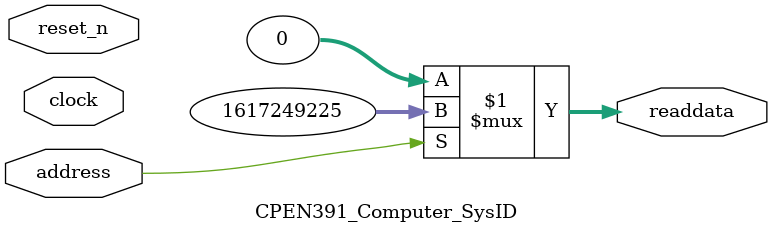
<source format=v>

`timescale 1ns / 1ps
// synthesis translate_on

// turn off superfluous verilog processor warnings 
// altera message_level Level1 
// altera message_off 10034 10035 10036 10037 10230 10240 10030 

module CPEN391_Computer_SysID (
               // inputs:
                address,
                clock,
                reset_n,

               // outputs:
                readdata
             )
;

  output  [ 31: 0] readdata;
  input            address;
  input            clock;
  input            reset_n;

  wire    [ 31: 0] readdata;
  //control_slave, which is an e_avalon_slave
  assign readdata = address ? 1617249225 : 0;

endmodule




</source>
